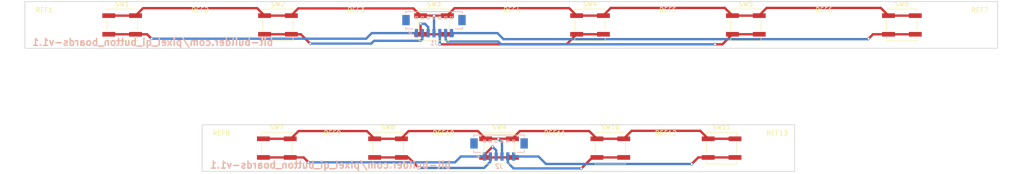
<source format=kicad_pcb>
(kicad_pcb (version 4) (host pcbnew 4.0.7-e2-6376~61~ubuntu18.04.1)

  (general
    (links 44)
    (no_connects 5)
    (area 39.592857 109.825 259.257143 147.525)
    (thickness 1.6)
    (drawings 11)
    (tracks 119)
    (zones 0)
    (modules 26)
    (nets 14)
  )

  (page USLetter)
  (title_block
    (title "Pixel Qi Button Board PCB")
    (rev 1.1)
  )

  (layers
    (0 F.Cu signal)
    (31 B.Cu signal)
    (32 B.Adhes user)
    (33 F.Adhes user)
    (34 B.Paste user)
    (35 F.Paste user)
    (36 B.SilkS user)
    (37 F.SilkS user)
    (38 B.Mask user)
    (39 F.Mask user)
    (40 Dwgs.User user)
    (41 Cmts.User user)
    (42 Eco1.User user)
    (43 Eco2.User user)
    (44 Edge.Cuts user)
    (45 Margin user)
    (46 B.CrtYd user)
    (47 F.CrtYd user)
    (48 B.Fab user)
    (49 F.Fab user)
  )

  (setup
    (last_trace_width 0.25)
    (user_trace_width 0.5)
    (user_trace_width 1.5)
    (user_trace_width 2)
    (trace_clearance 0.2)
    (zone_clearance 0.508)
    (zone_45_only no)
    (trace_min 0.2)
    (segment_width 0.2)
    (edge_width 0.15)
    (via_size 0.6)
    (via_drill 0.4)
    (via_min_size 0.4)
    (via_min_drill 0.3)
    (user_via 1 0.8)
    (user_via 2.5 2)
    (user_via 3 2.5)
    (uvia_size 0.3)
    (uvia_drill 0.1)
    (uvias_allowed no)
    (uvia_min_size 0.2)
    (uvia_min_drill 0.1)
    (pcb_text_width 0.3)
    (pcb_text_size 1.5 1.5)
    (mod_edge_width 0.15)
    (mod_text_size 1 1)
    (mod_text_width 0.15)
    (pad_size 1.524 1.524)
    (pad_drill 0.762)
    (pad_to_mask_clearance 0.0508)
    (aux_axis_origin 0 0)
    (visible_elements FFFFFF7F)
    (pcbplotparams
      (layerselection 0x00030_80000001)
      (usegerberextensions false)
      (excludeedgelayer true)
      (linewidth 0.100000)
      (plotframeref false)
      (viasonmask false)
      (mode 1)
      (useauxorigin false)
      (hpglpennumber 1)
      (hpglpenspeed 20)
      (hpglpendiameter 15)
      (hpglpenoverlay 2)
      (psnegative false)
      (psa4output false)
      (plotreference true)
      (plotvalue true)
      (plotinvisibletext false)
      (padsonsilk false)
      (subtractmaskfromsilk false)
      (outputformat 1)
      (mirror false)
      (drillshape 1)
      (scaleselection 1)
      (outputdirectory ""))
  )

  (net 0 "")
  (net 1 "Net-(J1-Pad1)")
  (net 2 "Net-(J1-Pad2)")
  (net 3 "Net-(J1-Pad3)")
  (net 4 "Net-(J1-Pad4)")
  (net 5 "Net-(J1-Pad5)")
  (net 6 "Net-(J1-Pad6)")
  (net 7 "Net-(J1-Pad7)")
  (net 8 "Net-(J2-Pad1)")
  (net 9 "Net-(J2-Pad2)")
  (net 10 "Net-(J2-Pad3)")
  (net 11 "Net-(J2-Pad4)")
  (net 12 "Net-(J2-Pad5)")
  (net 13 "Net-(J2-Pad6)")

  (net_class Default "This is the default net class."
    (clearance 0.2)
    (trace_width 0.25)
    (via_dia 0.6)
    (via_drill 0.4)
    (uvia_dia 0.3)
    (uvia_drill 0.1)
    (add_net "Net-(J1-Pad1)")
    (add_net "Net-(J1-Pad2)")
    (add_net "Net-(J1-Pad3)")
    (add_net "Net-(J1-Pad4)")
    (add_net "Net-(J1-Pad5)")
    (add_net "Net-(J1-Pad6)")
    (add_net "Net-(J1-Pad7)")
    (add_net "Net-(J2-Pad1)")
    (add_net "Net-(J2-Pad2)")
    (add_net "Net-(J2-Pad3)")
    (add_net "Net-(J2-Pad4)")
    (add_net "Net-(J2-Pad5)")
    (add_net "Net-(J2-Pad6)")
  )

  (module Buttons_Switches_SMD:SW_SPST_B3SL-1002P (layer F.Cu) (tedit 58724122) (tstamp 5B8D85D3)
    (at 65.85 115.3)
    (descr "Middle Stroke Tactile Switch, B3SL")
    (tags "Middle Stroke Tactile Switch")
    (path /5B8D7D97)
    (attr smd)
    (fp_text reference SW1 (at 0 -4.5) (layer F.SilkS)
      (effects (font (size 1 1) (thickness 0.15)))
    )
    (fp_text value B3SE (at 0 4.75) (layer F.Fab)
      (effects (font (size 1 1) (thickness 0.15)))
    )
    (fp_text user %R (at 0 -4.5) (layer F.Fab)
      (effects (font (size 1 1) (thickness 0.15)))
    )
    (fp_circle (center 0 0) (end 1.25 0) (layer F.Fab) (width 0.1))
    (fp_line (start -4.5 3.65) (end 4.5 3.65) (layer F.CrtYd) (width 0.05))
    (fp_line (start 4.5 3.65) (end 4.5 -3.65) (layer F.CrtYd) (width 0.05))
    (fp_line (start 4.5 -3.65) (end -4.5 -3.65) (layer F.CrtYd) (width 0.05))
    (fp_line (start -4.5 -3.65) (end -4.5 3.65) (layer F.CrtYd) (width 0.05))
    (fp_line (start 3.25 2.75) (end 3.25 3.4) (layer F.SilkS) (width 0.12))
    (fp_line (start 3.25 3.4) (end -3.25 3.4) (layer F.SilkS) (width 0.12))
    (fp_line (start -3.25 3.4) (end -3.25 2.75) (layer F.SilkS) (width 0.12))
    (fp_line (start 3.25 -2.75) (end 3.25 -3.4) (layer F.SilkS) (width 0.12))
    (fp_line (start 3.25 -3.4) (end -3.25 -3.4) (layer F.SilkS) (width 0.12))
    (fp_line (start -3.25 -3.4) (end -3.25 -2.75) (layer F.SilkS) (width 0.12))
    (fp_line (start 3.25 -1.25) (end 3.25 1.25) (layer F.SilkS) (width 0.12))
    (fp_line (start -3.25 -1.25) (end -3.25 1.25) (layer F.SilkS) (width 0.12))
    (fp_line (start -3.1 -3.25) (end 3.1 -3.25) (layer F.Fab) (width 0.1))
    (fp_line (start 3.1 -3.25) (end 3.1 3.25) (layer F.Fab) (width 0.1))
    (fp_line (start 3.1 3.25) (end -3.1 3.25) (layer F.Fab) (width 0.1))
    (fp_line (start -3.1 3.25) (end -3.1 -3.25) (layer F.Fab) (width 0.1))
    (pad 1 smd rect (at -2.875 -2) (size 2.75 1) (layers F.Cu F.Paste F.Mask)
      (net 4 "Net-(J1-Pad4)"))
    (pad 1 smd rect (at 2.875 -2) (size 2.75 1) (layers F.Cu F.Paste F.Mask)
      (net 4 "Net-(J1-Pad4)"))
    (pad 2 smd rect (at 2.875 2) (size 2.75 1) (layers F.Cu F.Paste F.Mask)
      (net 1 "Net-(J1-Pad1)"))
    (pad 2 smd rect (at -2.875 2) (size 2.75 1) (layers F.Cu F.Paste F.Mask)
      (net 1 "Net-(J1-Pad1)"))
    (model ${KISYS3DMOD}/Buttons_Switches_SMD.3dshapes/SW_SPST_B3SL-1002P.wrl
      (at (xyz 0 0 0))
      (scale (xyz 1 1 1))
      (rotate (xyz 0 0 0))
    )
  )

  (module Buttons_Switches_SMD:SW_SPST_B3SL-1002P (layer F.Cu) (tedit 58724122) (tstamp 5B8D85DB)
    (at 99.25 115.3)
    (descr "Middle Stroke Tactile Switch, B3SL")
    (tags "Middle Stroke Tactile Switch")
    (path /5B8D813B)
    (attr smd)
    (fp_text reference SW2 (at 0 -4.5) (layer F.SilkS)
      (effects (font (size 1 1) (thickness 0.15)))
    )
    (fp_text value B3SE (at 0 4.75) (layer F.Fab)
      (effects (font (size 1 1) (thickness 0.15)))
    )
    (fp_text user %R (at 0 -4.5) (layer F.Fab)
      (effects (font (size 1 1) (thickness 0.15)))
    )
    (fp_circle (center 0 0) (end 1.25 0) (layer F.Fab) (width 0.1))
    (fp_line (start -4.5 3.65) (end 4.5 3.65) (layer F.CrtYd) (width 0.05))
    (fp_line (start 4.5 3.65) (end 4.5 -3.65) (layer F.CrtYd) (width 0.05))
    (fp_line (start 4.5 -3.65) (end -4.5 -3.65) (layer F.CrtYd) (width 0.05))
    (fp_line (start -4.5 -3.65) (end -4.5 3.65) (layer F.CrtYd) (width 0.05))
    (fp_line (start 3.25 2.75) (end 3.25 3.4) (layer F.SilkS) (width 0.12))
    (fp_line (start 3.25 3.4) (end -3.25 3.4) (layer F.SilkS) (width 0.12))
    (fp_line (start -3.25 3.4) (end -3.25 2.75) (layer F.SilkS) (width 0.12))
    (fp_line (start 3.25 -2.75) (end 3.25 -3.4) (layer F.SilkS) (width 0.12))
    (fp_line (start 3.25 -3.4) (end -3.25 -3.4) (layer F.SilkS) (width 0.12))
    (fp_line (start -3.25 -3.4) (end -3.25 -2.75) (layer F.SilkS) (width 0.12))
    (fp_line (start 3.25 -1.25) (end 3.25 1.25) (layer F.SilkS) (width 0.12))
    (fp_line (start -3.25 -1.25) (end -3.25 1.25) (layer F.SilkS) (width 0.12))
    (fp_line (start -3.1 -3.25) (end 3.1 -3.25) (layer F.Fab) (width 0.1))
    (fp_line (start 3.1 -3.25) (end 3.1 3.25) (layer F.Fab) (width 0.1))
    (fp_line (start 3.1 3.25) (end -3.1 3.25) (layer F.Fab) (width 0.1))
    (fp_line (start -3.1 3.25) (end -3.1 -3.25) (layer F.Fab) (width 0.1))
    (pad 1 smd rect (at -2.875 -2) (size 2.75 1) (layers F.Cu F.Paste F.Mask)
      (net 4 "Net-(J1-Pad4)"))
    (pad 1 smd rect (at 2.875 -2) (size 2.75 1) (layers F.Cu F.Paste F.Mask)
      (net 4 "Net-(J1-Pad4)"))
    (pad 2 smd rect (at 2.875 2) (size 2.75 1) (layers F.Cu F.Paste F.Mask)
      (net 2 "Net-(J1-Pad2)"))
    (pad 2 smd rect (at -2.875 2) (size 2.75 1) (layers F.Cu F.Paste F.Mask)
      (net 2 "Net-(J1-Pad2)"))
    (model ${KISYS3DMOD}/Buttons_Switches_SMD.3dshapes/SW_SPST_B3SL-1002P.wrl
      (at (xyz 0 0 0))
      (scale (xyz 1 1 1))
      (rotate (xyz 0 0 0))
    )
  )

  (module Buttons_Switches_SMD:SW_SPST_B3SL-1002P (layer F.Cu) (tedit 58724122) (tstamp 5B8D85E3)
    (at 132.7 115.3)
    (descr "Middle Stroke Tactile Switch, B3SL")
    (tags "Middle Stroke Tactile Switch")
    (path /5B8D8196)
    (attr smd)
    (fp_text reference SW3 (at 0 -4.5) (layer F.SilkS)
      (effects (font (size 1 1) (thickness 0.15)))
    )
    (fp_text value B3SE (at 0 4.75) (layer F.Fab)
      (effects (font (size 1 1) (thickness 0.15)))
    )
    (fp_text user %R (at 0 -4.5) (layer F.Fab)
      (effects (font (size 1 1) (thickness 0.15)))
    )
    (fp_circle (center 0 0) (end 1.25 0) (layer F.Fab) (width 0.1))
    (fp_line (start -4.5 3.65) (end 4.5 3.65) (layer F.CrtYd) (width 0.05))
    (fp_line (start 4.5 3.65) (end 4.5 -3.65) (layer F.CrtYd) (width 0.05))
    (fp_line (start 4.5 -3.65) (end -4.5 -3.65) (layer F.CrtYd) (width 0.05))
    (fp_line (start -4.5 -3.65) (end -4.5 3.65) (layer F.CrtYd) (width 0.05))
    (fp_line (start 3.25 2.75) (end 3.25 3.4) (layer F.SilkS) (width 0.12))
    (fp_line (start 3.25 3.4) (end -3.25 3.4) (layer F.SilkS) (width 0.12))
    (fp_line (start -3.25 3.4) (end -3.25 2.75) (layer F.SilkS) (width 0.12))
    (fp_line (start 3.25 -2.75) (end 3.25 -3.4) (layer F.SilkS) (width 0.12))
    (fp_line (start 3.25 -3.4) (end -3.25 -3.4) (layer F.SilkS) (width 0.12))
    (fp_line (start -3.25 -3.4) (end -3.25 -2.75) (layer F.SilkS) (width 0.12))
    (fp_line (start 3.25 -1.25) (end 3.25 1.25) (layer F.SilkS) (width 0.12))
    (fp_line (start -3.25 -1.25) (end -3.25 1.25) (layer F.SilkS) (width 0.12))
    (fp_line (start -3.1 -3.25) (end 3.1 -3.25) (layer F.Fab) (width 0.1))
    (fp_line (start 3.1 -3.25) (end 3.1 3.25) (layer F.Fab) (width 0.1))
    (fp_line (start 3.1 3.25) (end -3.1 3.25) (layer F.Fab) (width 0.1))
    (fp_line (start -3.1 3.25) (end -3.1 -3.25) (layer F.Fab) (width 0.1))
    (pad 1 smd rect (at -2.875 -2) (size 2.75 1) (layers F.Cu F.Paste F.Mask)
      (net 4 "Net-(J1-Pad4)"))
    (pad 1 smd rect (at 2.875 -2) (size 2.75 1) (layers F.Cu F.Paste F.Mask)
      (net 4 "Net-(J1-Pad4)"))
    (pad 2 smd rect (at 2.875 2) (size 2.75 1) (layers F.Cu F.Paste F.Mask)
      (net 3 "Net-(J1-Pad3)"))
    (pad 2 smd rect (at -2.875 2) (size 2.75 1) (layers F.Cu F.Paste F.Mask)
      (net 3 "Net-(J1-Pad3)"))
    (model ${KISYS3DMOD}/Buttons_Switches_SMD.3dshapes/SW_SPST_B3SL-1002P.wrl
      (at (xyz 0 0 0))
      (scale (xyz 1 1 1))
      (rotate (xyz 0 0 0))
    )
  )

  (module Buttons_Switches_SMD:SW_SPST_B3SL-1002P (layer F.Cu) (tedit 58724122) (tstamp 5B8D85EB)
    (at 166.15 115.3)
    (descr "Middle Stroke Tactile Switch, B3SL")
    (tags "Middle Stroke Tactile Switch")
    (path /5B8D81E4)
    (attr smd)
    (fp_text reference SW4 (at 0 -4.5) (layer F.SilkS)
      (effects (font (size 1 1) (thickness 0.15)))
    )
    (fp_text value B3SE (at 0 4.75) (layer F.Fab)
      (effects (font (size 1 1) (thickness 0.15)))
    )
    (fp_text user %R (at 0 -4.5) (layer F.Fab)
      (effects (font (size 1 1) (thickness 0.15)))
    )
    (fp_circle (center 0 0) (end 1.25 0) (layer F.Fab) (width 0.1))
    (fp_line (start -4.5 3.65) (end 4.5 3.65) (layer F.CrtYd) (width 0.05))
    (fp_line (start 4.5 3.65) (end 4.5 -3.65) (layer F.CrtYd) (width 0.05))
    (fp_line (start 4.5 -3.65) (end -4.5 -3.65) (layer F.CrtYd) (width 0.05))
    (fp_line (start -4.5 -3.65) (end -4.5 3.65) (layer F.CrtYd) (width 0.05))
    (fp_line (start 3.25 2.75) (end 3.25 3.4) (layer F.SilkS) (width 0.12))
    (fp_line (start 3.25 3.4) (end -3.25 3.4) (layer F.SilkS) (width 0.12))
    (fp_line (start -3.25 3.4) (end -3.25 2.75) (layer F.SilkS) (width 0.12))
    (fp_line (start 3.25 -2.75) (end 3.25 -3.4) (layer F.SilkS) (width 0.12))
    (fp_line (start 3.25 -3.4) (end -3.25 -3.4) (layer F.SilkS) (width 0.12))
    (fp_line (start -3.25 -3.4) (end -3.25 -2.75) (layer F.SilkS) (width 0.12))
    (fp_line (start 3.25 -1.25) (end 3.25 1.25) (layer F.SilkS) (width 0.12))
    (fp_line (start -3.25 -1.25) (end -3.25 1.25) (layer F.SilkS) (width 0.12))
    (fp_line (start -3.1 -3.25) (end 3.1 -3.25) (layer F.Fab) (width 0.1))
    (fp_line (start 3.1 -3.25) (end 3.1 3.25) (layer F.Fab) (width 0.1))
    (fp_line (start 3.1 3.25) (end -3.1 3.25) (layer F.Fab) (width 0.1))
    (fp_line (start -3.1 3.25) (end -3.1 -3.25) (layer F.Fab) (width 0.1))
    (pad 1 smd rect (at -2.875 -2) (size 2.75 1) (layers F.Cu F.Paste F.Mask)
      (net 4 "Net-(J1-Pad4)"))
    (pad 1 smd rect (at 2.875 -2) (size 2.75 1) (layers F.Cu F.Paste F.Mask)
      (net 4 "Net-(J1-Pad4)"))
    (pad 2 smd rect (at 2.875 2) (size 2.75 1) (layers F.Cu F.Paste F.Mask)
      (net 5 "Net-(J1-Pad5)"))
    (pad 2 smd rect (at -2.875 2) (size 2.75 1) (layers F.Cu F.Paste F.Mask)
      (net 5 "Net-(J1-Pad5)"))
    (model ${KISYS3DMOD}/Buttons_Switches_SMD.3dshapes/SW_SPST_B3SL-1002P.wrl
      (at (xyz 0 0 0))
      (scale (xyz 1 1 1))
      (rotate (xyz 0 0 0))
    )
  )

  (module Buttons_Switches_SMD:SW_SPST_B3SL-1002P (layer F.Cu) (tedit 58724122) (tstamp 5B8D85F3)
    (at 199.55 115.3)
    (descr "Middle Stroke Tactile Switch, B3SL")
    (tags "Middle Stroke Tactile Switch")
    (path /5B8D8237)
    (attr smd)
    (fp_text reference SW5 (at 0 -4.5) (layer F.SilkS)
      (effects (font (size 1 1) (thickness 0.15)))
    )
    (fp_text value B3SE (at 0 4.75) (layer F.Fab)
      (effects (font (size 1 1) (thickness 0.15)))
    )
    (fp_text user %R (at 0 -4.5) (layer F.Fab)
      (effects (font (size 1 1) (thickness 0.15)))
    )
    (fp_circle (center 0 0) (end 1.25 0) (layer F.Fab) (width 0.1))
    (fp_line (start -4.5 3.65) (end 4.5 3.65) (layer F.CrtYd) (width 0.05))
    (fp_line (start 4.5 3.65) (end 4.5 -3.65) (layer F.CrtYd) (width 0.05))
    (fp_line (start 4.5 -3.65) (end -4.5 -3.65) (layer F.CrtYd) (width 0.05))
    (fp_line (start -4.5 -3.65) (end -4.5 3.65) (layer F.CrtYd) (width 0.05))
    (fp_line (start 3.25 2.75) (end 3.25 3.4) (layer F.SilkS) (width 0.12))
    (fp_line (start 3.25 3.4) (end -3.25 3.4) (layer F.SilkS) (width 0.12))
    (fp_line (start -3.25 3.4) (end -3.25 2.75) (layer F.SilkS) (width 0.12))
    (fp_line (start 3.25 -2.75) (end 3.25 -3.4) (layer F.SilkS) (width 0.12))
    (fp_line (start 3.25 -3.4) (end -3.25 -3.4) (layer F.SilkS) (width 0.12))
    (fp_line (start -3.25 -3.4) (end -3.25 -2.75) (layer F.SilkS) (width 0.12))
    (fp_line (start 3.25 -1.25) (end 3.25 1.25) (layer F.SilkS) (width 0.12))
    (fp_line (start -3.25 -1.25) (end -3.25 1.25) (layer F.SilkS) (width 0.12))
    (fp_line (start -3.1 -3.25) (end 3.1 -3.25) (layer F.Fab) (width 0.1))
    (fp_line (start 3.1 -3.25) (end 3.1 3.25) (layer F.Fab) (width 0.1))
    (fp_line (start 3.1 3.25) (end -3.1 3.25) (layer F.Fab) (width 0.1))
    (fp_line (start -3.1 3.25) (end -3.1 -3.25) (layer F.Fab) (width 0.1))
    (pad 1 smd rect (at -2.875 -2) (size 2.75 1) (layers F.Cu F.Paste F.Mask)
      (net 4 "Net-(J1-Pad4)"))
    (pad 1 smd rect (at 2.875 -2) (size 2.75 1) (layers F.Cu F.Paste F.Mask)
      (net 4 "Net-(J1-Pad4)"))
    (pad 2 smd rect (at 2.875 2) (size 2.75 1) (layers F.Cu F.Paste F.Mask)
      (net 6 "Net-(J1-Pad6)"))
    (pad 2 smd rect (at -2.875 2) (size 2.75 1) (layers F.Cu F.Paste F.Mask)
      (net 6 "Net-(J1-Pad6)"))
    (model ${KISYS3DMOD}/Buttons_Switches_SMD.3dshapes/SW_SPST_B3SL-1002P.wrl
      (at (xyz 0 0 0))
      (scale (xyz 1 1 1))
      (rotate (xyz 0 0 0))
    )
  )

  (module Buttons_Switches_SMD:SW_SPST_B3SL-1002P (layer F.Cu) (tedit 58724122) (tstamp 5B8D85FB)
    (at 233 115.3)
    (descr "Middle Stroke Tactile Switch, B3SL")
    (tags "Middle Stroke Tactile Switch")
    (path /5B8D828B)
    (attr smd)
    (fp_text reference SW6 (at 0 -4.5) (layer F.SilkS)
      (effects (font (size 1 1) (thickness 0.15)))
    )
    (fp_text value B3SE (at 0 4.75) (layer F.Fab)
      (effects (font (size 1 1) (thickness 0.15)))
    )
    (fp_text user %R (at 0 -4.5) (layer F.Fab)
      (effects (font (size 1 1) (thickness 0.15)))
    )
    (fp_circle (center 0 0) (end 1.25 0) (layer F.Fab) (width 0.1))
    (fp_line (start -4.5 3.65) (end 4.5 3.65) (layer F.CrtYd) (width 0.05))
    (fp_line (start 4.5 3.65) (end 4.5 -3.65) (layer F.CrtYd) (width 0.05))
    (fp_line (start 4.5 -3.65) (end -4.5 -3.65) (layer F.CrtYd) (width 0.05))
    (fp_line (start -4.5 -3.65) (end -4.5 3.65) (layer F.CrtYd) (width 0.05))
    (fp_line (start 3.25 2.75) (end 3.25 3.4) (layer F.SilkS) (width 0.12))
    (fp_line (start 3.25 3.4) (end -3.25 3.4) (layer F.SilkS) (width 0.12))
    (fp_line (start -3.25 3.4) (end -3.25 2.75) (layer F.SilkS) (width 0.12))
    (fp_line (start 3.25 -2.75) (end 3.25 -3.4) (layer F.SilkS) (width 0.12))
    (fp_line (start 3.25 -3.4) (end -3.25 -3.4) (layer F.SilkS) (width 0.12))
    (fp_line (start -3.25 -3.4) (end -3.25 -2.75) (layer F.SilkS) (width 0.12))
    (fp_line (start 3.25 -1.25) (end 3.25 1.25) (layer F.SilkS) (width 0.12))
    (fp_line (start -3.25 -1.25) (end -3.25 1.25) (layer F.SilkS) (width 0.12))
    (fp_line (start -3.1 -3.25) (end 3.1 -3.25) (layer F.Fab) (width 0.1))
    (fp_line (start 3.1 -3.25) (end 3.1 3.25) (layer F.Fab) (width 0.1))
    (fp_line (start 3.1 3.25) (end -3.1 3.25) (layer F.Fab) (width 0.1))
    (fp_line (start -3.1 3.25) (end -3.1 -3.25) (layer F.Fab) (width 0.1))
    (pad 1 smd rect (at -2.875 -2) (size 2.75 1) (layers F.Cu F.Paste F.Mask)
      (net 4 "Net-(J1-Pad4)"))
    (pad 1 smd rect (at 2.875 -2) (size 2.75 1) (layers F.Cu F.Paste F.Mask)
      (net 4 "Net-(J1-Pad4)"))
    (pad 2 smd rect (at 2.875 2) (size 2.75 1) (layers F.Cu F.Paste F.Mask)
      (net 7 "Net-(J1-Pad7)"))
    (pad 2 smd rect (at -2.875 2) (size 2.75 1) (layers F.Cu F.Paste F.Mask)
      (net 7 "Net-(J1-Pad7)"))
    (model ${KISYS3DMOD}/Buttons_Switches_SMD.3dshapes/SW_SPST_B3SL-1002P.wrl
      (at (xyz 0 0 0))
      (scale (xyz 1 1 1))
      (rotate (xyz 0 0 0))
    )
  )

  (module Buttons_Switches_SMD:SW_SPST_B3SL-1002P (layer F.Cu) (tedit 58724122) (tstamp 5B8D8603)
    (at 99 141.7)
    (descr "Middle Stroke Tactile Switch, B3SL")
    (tags "Middle Stroke Tactile Switch")
    (path /5B8D82E7)
    (attr smd)
    (fp_text reference SW7 (at 0 -4.5) (layer F.SilkS)
      (effects (font (size 1 1) (thickness 0.15)))
    )
    (fp_text value B3SE (at 0 4.75) (layer F.Fab)
      (effects (font (size 1 1) (thickness 0.15)))
    )
    (fp_text user %R (at 0 -4.5) (layer F.Fab)
      (effects (font (size 1 1) (thickness 0.15)))
    )
    (fp_circle (center 0 0) (end 1.25 0) (layer F.Fab) (width 0.1))
    (fp_line (start -4.5 3.65) (end 4.5 3.65) (layer F.CrtYd) (width 0.05))
    (fp_line (start 4.5 3.65) (end 4.5 -3.65) (layer F.CrtYd) (width 0.05))
    (fp_line (start 4.5 -3.65) (end -4.5 -3.65) (layer F.CrtYd) (width 0.05))
    (fp_line (start -4.5 -3.65) (end -4.5 3.65) (layer F.CrtYd) (width 0.05))
    (fp_line (start 3.25 2.75) (end 3.25 3.4) (layer F.SilkS) (width 0.12))
    (fp_line (start 3.25 3.4) (end -3.25 3.4) (layer F.SilkS) (width 0.12))
    (fp_line (start -3.25 3.4) (end -3.25 2.75) (layer F.SilkS) (width 0.12))
    (fp_line (start 3.25 -2.75) (end 3.25 -3.4) (layer F.SilkS) (width 0.12))
    (fp_line (start 3.25 -3.4) (end -3.25 -3.4) (layer F.SilkS) (width 0.12))
    (fp_line (start -3.25 -3.4) (end -3.25 -2.75) (layer F.SilkS) (width 0.12))
    (fp_line (start 3.25 -1.25) (end 3.25 1.25) (layer F.SilkS) (width 0.12))
    (fp_line (start -3.25 -1.25) (end -3.25 1.25) (layer F.SilkS) (width 0.12))
    (fp_line (start -3.1 -3.25) (end 3.1 -3.25) (layer F.Fab) (width 0.1))
    (fp_line (start 3.1 -3.25) (end 3.1 3.25) (layer F.Fab) (width 0.1))
    (fp_line (start 3.1 3.25) (end -3.1 3.25) (layer F.Fab) (width 0.1))
    (fp_line (start -3.1 3.25) (end -3.1 -3.25) (layer F.Fab) (width 0.1))
    (pad 1 smd rect (at -2.875 -2) (size 2.75 1) (layers F.Cu F.Paste F.Mask)
      (net 11 "Net-(J2-Pad4)"))
    (pad 1 smd rect (at 2.875 -2) (size 2.75 1) (layers F.Cu F.Paste F.Mask)
      (net 11 "Net-(J2-Pad4)"))
    (pad 2 smd rect (at 2.875 2) (size 2.75 1) (layers F.Cu F.Paste F.Mask)
      (net 8 "Net-(J2-Pad1)"))
    (pad 2 smd rect (at -2.875 2) (size 2.75 1) (layers F.Cu F.Paste F.Mask)
      (net 8 "Net-(J2-Pad1)"))
    (model ${KISYS3DMOD}/Buttons_Switches_SMD.3dshapes/SW_SPST_B3SL-1002P.wrl
      (at (xyz 0 0 0))
      (scale (xyz 1 1 1))
      (rotate (xyz 0 0 0))
    )
  )

  (module Buttons_Switches_SMD:SW_SPST_B3SL-1002P (layer F.Cu) (tedit 58724122) (tstamp 5B8D860B)
    (at 122.85 141.7)
    (descr "Middle Stroke Tactile Switch, B3SL")
    (tags "Middle Stroke Tactile Switch")
    (path /5B8D837F)
    (attr smd)
    (fp_text reference SW8 (at 0 -4.5) (layer F.SilkS)
      (effects (font (size 1 1) (thickness 0.15)))
    )
    (fp_text value B3SE (at 0 4.75) (layer F.Fab)
      (effects (font (size 1 1) (thickness 0.15)))
    )
    (fp_text user %R (at 0 -4.5) (layer F.Fab)
      (effects (font (size 1 1) (thickness 0.15)))
    )
    (fp_circle (center 0 0) (end 1.25 0) (layer F.Fab) (width 0.1))
    (fp_line (start -4.5 3.65) (end 4.5 3.65) (layer F.CrtYd) (width 0.05))
    (fp_line (start 4.5 3.65) (end 4.5 -3.65) (layer F.CrtYd) (width 0.05))
    (fp_line (start 4.5 -3.65) (end -4.5 -3.65) (layer F.CrtYd) (width 0.05))
    (fp_line (start -4.5 -3.65) (end -4.5 3.65) (layer F.CrtYd) (width 0.05))
    (fp_line (start 3.25 2.75) (end 3.25 3.4) (layer F.SilkS) (width 0.12))
    (fp_line (start 3.25 3.4) (end -3.25 3.4) (layer F.SilkS) (width 0.12))
    (fp_line (start -3.25 3.4) (end -3.25 2.75) (layer F.SilkS) (width 0.12))
    (fp_line (start 3.25 -2.75) (end 3.25 -3.4) (layer F.SilkS) (width 0.12))
    (fp_line (start 3.25 -3.4) (end -3.25 -3.4) (layer F.SilkS) (width 0.12))
    (fp_line (start -3.25 -3.4) (end -3.25 -2.75) (layer F.SilkS) (width 0.12))
    (fp_line (start 3.25 -1.25) (end 3.25 1.25) (layer F.SilkS) (width 0.12))
    (fp_line (start -3.25 -1.25) (end -3.25 1.25) (layer F.SilkS) (width 0.12))
    (fp_line (start -3.1 -3.25) (end 3.1 -3.25) (layer F.Fab) (width 0.1))
    (fp_line (start 3.1 -3.25) (end 3.1 3.25) (layer F.Fab) (width 0.1))
    (fp_line (start 3.1 3.25) (end -3.1 3.25) (layer F.Fab) (width 0.1))
    (fp_line (start -3.1 3.25) (end -3.1 -3.25) (layer F.Fab) (width 0.1))
    (pad 1 smd rect (at -2.875 -2) (size 2.75 1) (layers F.Cu F.Paste F.Mask)
      (net 11 "Net-(J2-Pad4)"))
    (pad 1 smd rect (at 2.875 -2) (size 2.75 1) (layers F.Cu F.Paste F.Mask)
      (net 11 "Net-(J2-Pad4)"))
    (pad 2 smd rect (at 2.875 2) (size 2.75 1) (layers F.Cu F.Paste F.Mask)
      (net 9 "Net-(J2-Pad2)"))
    (pad 2 smd rect (at -2.875 2) (size 2.75 1) (layers F.Cu F.Paste F.Mask)
      (net 9 "Net-(J2-Pad2)"))
    (model ${KISYS3DMOD}/Buttons_Switches_SMD.3dshapes/SW_SPST_B3SL-1002P.wrl
      (at (xyz 0 0 0))
      (scale (xyz 1 1 1))
      (rotate (xyz 0 0 0))
    )
  )

  (module Buttons_Switches_SMD:SW_SPST_B3SL-1002P (layer F.Cu) (tedit 58724122) (tstamp 5B8D8613)
    (at 146.65 141.7)
    (descr "Middle Stroke Tactile Switch, B3SL")
    (tags "Middle Stroke Tactile Switch")
    (path /5B8D83DC)
    (attr smd)
    (fp_text reference SW9 (at 0 -4.5) (layer F.SilkS)
      (effects (font (size 1 1) (thickness 0.15)))
    )
    (fp_text value B3SE (at 0 4.75) (layer F.Fab)
      (effects (font (size 1 1) (thickness 0.15)))
    )
    (fp_text user %R (at 0 -4.5) (layer F.Fab)
      (effects (font (size 1 1) (thickness 0.15)))
    )
    (fp_circle (center 0 0) (end 1.25 0) (layer F.Fab) (width 0.1))
    (fp_line (start -4.5 3.65) (end 4.5 3.65) (layer F.CrtYd) (width 0.05))
    (fp_line (start 4.5 3.65) (end 4.5 -3.65) (layer F.CrtYd) (width 0.05))
    (fp_line (start 4.5 -3.65) (end -4.5 -3.65) (layer F.CrtYd) (width 0.05))
    (fp_line (start -4.5 -3.65) (end -4.5 3.65) (layer F.CrtYd) (width 0.05))
    (fp_line (start 3.25 2.75) (end 3.25 3.4) (layer F.SilkS) (width 0.12))
    (fp_line (start 3.25 3.4) (end -3.25 3.4) (layer F.SilkS) (width 0.12))
    (fp_line (start -3.25 3.4) (end -3.25 2.75) (layer F.SilkS) (width 0.12))
    (fp_line (start 3.25 -2.75) (end 3.25 -3.4) (layer F.SilkS) (width 0.12))
    (fp_line (start 3.25 -3.4) (end -3.25 -3.4) (layer F.SilkS) (width 0.12))
    (fp_line (start -3.25 -3.4) (end -3.25 -2.75) (layer F.SilkS) (width 0.12))
    (fp_line (start 3.25 -1.25) (end 3.25 1.25) (layer F.SilkS) (width 0.12))
    (fp_line (start -3.25 -1.25) (end -3.25 1.25) (layer F.SilkS) (width 0.12))
    (fp_line (start -3.1 -3.25) (end 3.1 -3.25) (layer F.Fab) (width 0.1))
    (fp_line (start 3.1 -3.25) (end 3.1 3.25) (layer F.Fab) (width 0.1))
    (fp_line (start 3.1 3.25) (end -3.1 3.25) (layer F.Fab) (width 0.1))
    (fp_line (start -3.1 3.25) (end -3.1 -3.25) (layer F.Fab) (width 0.1))
    (pad 1 smd rect (at -2.875 -2) (size 2.75 1) (layers F.Cu F.Paste F.Mask)
      (net 11 "Net-(J2-Pad4)"))
    (pad 1 smd rect (at 2.875 -2) (size 2.75 1) (layers F.Cu F.Paste F.Mask)
      (net 11 "Net-(J2-Pad4)"))
    (pad 2 smd rect (at 2.875 2) (size 2.75 1) (layers F.Cu F.Paste F.Mask)
      (net 10 "Net-(J2-Pad3)"))
    (pad 2 smd rect (at -2.875 2) (size 2.75 1) (layers F.Cu F.Paste F.Mask)
      (net 10 "Net-(J2-Pad3)"))
    (model ${KISYS3DMOD}/Buttons_Switches_SMD.3dshapes/SW_SPST_B3SL-1002P.wrl
      (at (xyz 0 0 0))
      (scale (xyz 1 1 1))
      (rotate (xyz 0 0 0))
    )
  )

  (module Buttons_Switches_SMD:SW_SPST_B3SL-1002P (layer F.Cu) (tedit 58724122) (tstamp 5B8D861B)
    (at 170.5 141.7)
    (descr "Middle Stroke Tactile Switch, B3SL")
    (tags "Middle Stroke Tactile Switch")
    (path /5B8D8440)
    (attr smd)
    (fp_text reference SW10 (at 0 -4.5) (layer F.SilkS)
      (effects (font (size 1 1) (thickness 0.15)))
    )
    (fp_text value B3SE (at 0 4.75) (layer F.Fab)
      (effects (font (size 1 1) (thickness 0.15)))
    )
    (fp_text user %R (at 0 -4.5) (layer F.Fab)
      (effects (font (size 1 1) (thickness 0.15)))
    )
    (fp_circle (center 0 0) (end 1.25 0) (layer F.Fab) (width 0.1))
    (fp_line (start -4.5 3.65) (end 4.5 3.65) (layer F.CrtYd) (width 0.05))
    (fp_line (start 4.5 3.65) (end 4.5 -3.65) (layer F.CrtYd) (width 0.05))
    (fp_line (start 4.5 -3.65) (end -4.5 -3.65) (layer F.CrtYd) (width 0.05))
    (fp_line (start -4.5 -3.65) (end -4.5 3.65) (layer F.CrtYd) (width 0.05))
    (fp_line (start 3.25 2.75) (end 3.25 3.4) (layer F.SilkS) (width 0.12))
    (fp_line (start 3.25 3.4) (end -3.25 3.4) (layer F.SilkS) (width 0.12))
    (fp_line (start -3.25 3.4) (end -3.25 2.75) (layer F.SilkS) (width 0.12))
    (fp_line (start 3.25 -2.75) (end 3.25 -3.4) (layer F.SilkS) (width 0.12))
    (fp_line (start 3.25 -3.4) (end -3.25 -3.4) (layer F.SilkS) (width 0.12))
    (fp_line (start -3.25 -3.4) (end -3.25 -2.75) (layer F.SilkS) (width 0.12))
    (fp_line (start 3.25 -1.25) (end 3.25 1.25) (layer F.SilkS) (width 0.12))
    (fp_line (start -3.25 -1.25) (end -3.25 1.25) (layer F.SilkS) (width 0.12))
    (fp_line (start -3.1 -3.25) (end 3.1 -3.25) (layer F.Fab) (width 0.1))
    (fp_line (start 3.1 -3.25) (end 3.1 3.25) (layer F.Fab) (width 0.1))
    (fp_line (start 3.1 3.25) (end -3.1 3.25) (layer F.Fab) (width 0.1))
    (fp_line (start -3.1 3.25) (end -3.1 -3.25) (layer F.Fab) (width 0.1))
    (pad 1 smd rect (at -2.875 -2) (size 2.75 1) (layers F.Cu F.Paste F.Mask)
      (net 11 "Net-(J2-Pad4)"))
    (pad 1 smd rect (at 2.875 -2) (size 2.75 1) (layers F.Cu F.Paste F.Mask)
      (net 11 "Net-(J2-Pad4)"))
    (pad 2 smd rect (at 2.875 2) (size 2.75 1) (layers F.Cu F.Paste F.Mask)
      (net 12 "Net-(J2-Pad5)"))
    (pad 2 smd rect (at -2.875 2) (size 2.75 1) (layers F.Cu F.Paste F.Mask)
      (net 12 "Net-(J2-Pad5)"))
    (model ${KISYS3DMOD}/Buttons_Switches_SMD.3dshapes/SW_SPST_B3SL-1002P.wrl
      (at (xyz 0 0 0))
      (scale (xyz 1 1 1))
      (rotate (xyz 0 0 0))
    )
  )

  (module Buttons_Switches_SMD:SW_SPST_B3SL-1002P (layer F.Cu) (tedit 58724122) (tstamp 5B8D8623)
    (at 194.35 141.7)
    (descr "Middle Stroke Tactile Switch, B3SL")
    (tags "Middle Stroke Tactile Switch")
    (path /5B8D84A7)
    (attr smd)
    (fp_text reference SW11 (at 0 -4.5) (layer F.SilkS)
      (effects (font (size 1 1) (thickness 0.15)))
    )
    (fp_text value B3SE (at 0 4.75) (layer F.Fab)
      (effects (font (size 1 1) (thickness 0.15)))
    )
    (fp_text user %R (at 0 -4.5) (layer F.Fab)
      (effects (font (size 1 1) (thickness 0.15)))
    )
    (fp_circle (center 0 0) (end 1.25 0) (layer F.Fab) (width 0.1))
    (fp_line (start -4.5 3.65) (end 4.5 3.65) (layer F.CrtYd) (width 0.05))
    (fp_line (start 4.5 3.65) (end 4.5 -3.65) (layer F.CrtYd) (width 0.05))
    (fp_line (start 4.5 -3.65) (end -4.5 -3.65) (layer F.CrtYd) (width 0.05))
    (fp_line (start -4.5 -3.65) (end -4.5 3.65) (layer F.CrtYd) (width 0.05))
    (fp_line (start 3.25 2.75) (end 3.25 3.4) (layer F.SilkS) (width 0.12))
    (fp_line (start 3.25 3.4) (end -3.25 3.4) (layer F.SilkS) (width 0.12))
    (fp_line (start -3.25 3.4) (end -3.25 2.75) (layer F.SilkS) (width 0.12))
    (fp_line (start 3.25 -2.75) (end 3.25 -3.4) (layer F.SilkS) (width 0.12))
    (fp_line (start 3.25 -3.4) (end -3.25 -3.4) (layer F.SilkS) (width 0.12))
    (fp_line (start -3.25 -3.4) (end -3.25 -2.75) (layer F.SilkS) (width 0.12))
    (fp_line (start 3.25 -1.25) (end 3.25 1.25) (layer F.SilkS) (width 0.12))
    (fp_line (start -3.25 -1.25) (end -3.25 1.25) (layer F.SilkS) (width 0.12))
    (fp_line (start -3.1 -3.25) (end 3.1 -3.25) (layer F.Fab) (width 0.1))
    (fp_line (start 3.1 -3.25) (end 3.1 3.25) (layer F.Fab) (width 0.1))
    (fp_line (start 3.1 3.25) (end -3.1 3.25) (layer F.Fab) (width 0.1))
    (fp_line (start -3.1 3.25) (end -3.1 -3.25) (layer F.Fab) (width 0.1))
    (pad 1 smd rect (at -2.875 -2) (size 2.75 1) (layers F.Cu F.Paste F.Mask)
      (net 11 "Net-(J2-Pad4)"))
    (pad 1 smd rect (at 2.875 -2) (size 2.75 1) (layers F.Cu F.Paste F.Mask)
      (net 11 "Net-(J2-Pad4)"))
    (pad 2 smd rect (at 2.875 2) (size 2.75 1) (layers F.Cu F.Paste F.Mask)
      (net 13 "Net-(J2-Pad6)"))
    (pad 2 smd rect (at -2.875 2) (size 2.75 1) (layers F.Cu F.Paste F.Mask)
      (net 13 "Net-(J2-Pad6)"))
    (model ${KISYS3DMOD}/Buttons_Switches_SMD.3dshapes/SW_SPST_B3SL-1002P.wrl
      (at (xyz 0 0 0))
      (scale (xyz 1 1 1))
      (rotate (xyz 0 0 0))
    )
  )

  (module Mounting_Holes:MountingHole_2.2mm_M2 (layer F.Cu) (tedit 5B8D9BFE) (tstamp 5B8D9AAB)
    (at 49.15 115.3)
    (descr "Mounting Hole 2.2mm, no annular, M2")
    (tags "mounting hole 2.2mm no annular m2")
    (attr virtual)
    (fp_text reference REF1 (at 0 -3.2) (layer F.SilkS)
      (effects (font (size 1 1) (thickness 0.15)))
    )
    (fp_text value MountingHole_2.2mm_M2 (at 0 3.2) (layer F.Fab)
      (effects (font (size 1 1) (thickness 0.15)))
    )
    (fp_text user %R (at 0.3 0) (layer F.Fab)
      (effects (font (size 1 1) (thickness 0.15)))
    )
    (fp_circle (center 0 0) (end 2.2 0) (layer Cmts.User) (width 0.15))
    (fp_circle (center 0 0) (end 2.45 0) (layer F.CrtYd) (width 0.05))
    (pad 1 np_thru_hole circle (at 0 0) (size 2.2 2.2) (drill 2.2) (layers *.Cu *.Mask))
  )

  (module Mounting_Holes:MountingHole_2.2mm_M2 (layer F.Cu) (tedit 5B8D9C10) (tstamp 5B8D9ADD)
    (at 82.55 115.3)
    (descr "Mounting Hole 2.2mm, no annular, M2")
    (tags "mounting hole 2.2mm no annular m2")
    (attr virtual)
    (fp_text reference REF2 (at 0 -3.2) (layer F.SilkS)
      (effects (font (size 1 1) (thickness 0.15)))
    )
    (fp_text value MountingHole_2.2mm_M2 (at 0 3.2) (layer F.Fab)
      (effects (font (size 1 1) (thickness 0.15)))
    )
    (fp_text user %R (at 0.3 0) (layer F.Fab)
      (effects (font (size 1 1) (thickness 0.15)))
    )
    (fp_circle (center 0 0) (end 2.2 0) (layer Cmts.User) (width 0.15))
    (fp_circle (center 0 0) (end 2.45 0) (layer F.CrtYd) (width 0.05))
    (pad 1 np_thru_hole circle (at 0 0) (size 2.2 2.2) (drill 2.2) (layers *.Cu *.Mask))
  )

  (module Mounting_Holes:MountingHole_2.2mm_M2 (layer F.Cu) (tedit 5B8D9C1C) (tstamp 5B8D9AE5)
    (at 116 115.3)
    (descr "Mounting Hole 2.2mm, no annular, M2")
    (tags "mounting hole 2.2mm no annular m2")
    (attr virtual)
    (fp_text reference REF3 (at 0 -3.2) (layer F.SilkS)
      (effects (font (size 1 1) (thickness 0.15)))
    )
    (fp_text value MountingHole_2.2mm_M2 (at 0 3.2) (layer F.Fab)
      (effects (font (size 1 1) (thickness 0.15)))
    )
    (fp_text user %R (at 0.3 0) (layer F.Fab)
      (effects (font (size 1 1) (thickness 0.15)))
    )
    (fp_circle (center 0 0) (end 2.2 0) (layer Cmts.User) (width 0.15))
    (fp_circle (center 0 0) (end 2.45 0) (layer F.CrtYd) (width 0.05))
    (pad 1 np_thru_hole circle (at 0 0) (size 2.2 2.2) (drill 2.2) (layers *.Cu *.Mask))
  )

  (module Mounting_Holes:MountingHole_2.2mm_M2 (layer F.Cu) (tedit 5B8D9C29) (tstamp 5B8D9AED)
    (at 149.4 115.3)
    (descr "Mounting Hole 2.2mm, no annular, M2")
    (tags "mounting hole 2.2mm no annular m2")
    (attr virtual)
    (fp_text reference REF4 (at 0 -3.2) (layer F.SilkS)
      (effects (font (size 1 1) (thickness 0.15)))
    )
    (fp_text value MountingHole_2.2mm_M2 (at 0 3.2) (layer F.Fab)
      (effects (font (size 1 1) (thickness 0.15)))
    )
    (fp_text user %R (at 0.3 0) (layer F.Fab)
      (effects (font (size 1 1) (thickness 0.15)))
    )
    (fp_circle (center 0 0) (end 2.2 0) (layer Cmts.User) (width 0.15))
    (fp_circle (center 0 0) (end 2.45 0) (layer F.CrtYd) (width 0.05))
    (pad 1 np_thru_hole circle (at 0 0) (size 2.2 2.2) (drill 2.2) (layers *.Cu *.Mask))
  )

  (module Mounting_Holes:MountingHole_2.2mm_M2 (layer F.Cu) (tedit 5B8D9C37) (tstamp 5B8D9AF5)
    (at 182.85 115.3)
    (descr "Mounting Hole 2.2mm, no annular, M2")
    (tags "mounting hole 2.2mm no annular m2")
    (attr virtual)
    (fp_text reference REF5 (at 0 -3.2) (layer F.SilkS)
      (effects (font (size 1 1) (thickness 0.15)))
    )
    (fp_text value MountingHole_2.2mm_M2 (at 0 3.2) (layer F.Fab)
      (effects (font (size 1 1) (thickness 0.15)))
    )
    (fp_text user %R (at 0.3 0) (layer F.Fab)
      (effects (font (size 1 1) (thickness 0.15)))
    )
    (fp_circle (center 0 0) (end 2.2 0) (layer Cmts.User) (width 0.15))
    (fp_circle (center 0 0) (end 2.45 0) (layer F.CrtYd) (width 0.05))
    (pad 1 np_thru_hole circle (at 0 0) (size 2.2 2.2) (drill 2.2) (layers *.Cu *.Mask))
  )

  (module Mounting_Holes:MountingHole_2.2mm_M2 (layer F.Cu) (tedit 5B8D9C40) (tstamp 5B8D9AFD)
    (at 216.3 115.3)
    (descr "Mounting Hole 2.2mm, no annular, M2")
    (tags "mounting hole 2.2mm no annular m2")
    (attr virtual)
    (fp_text reference REF6 (at 0 -3.2) (layer F.SilkS)
      (effects (font (size 1 1) (thickness 0.15)))
    )
    (fp_text value MountingHole_2.2mm_M2 (at 0 3.2) (layer F.Fab)
      (effects (font (size 1 1) (thickness 0.15)))
    )
    (fp_text user %R (at 0.3 0) (layer F.Fab)
      (effects (font (size 1 1) (thickness 0.15)))
    )
    (fp_circle (center 0 0) (end 2.2 0) (layer Cmts.User) (width 0.15))
    (fp_circle (center 0 0) (end 2.45 0) (layer F.CrtYd) (width 0.05))
    (pad 1 np_thru_hole circle (at 0 0) (size 2.2 2.2) (drill 2.2) (layers *.Cu *.Mask))
  )

  (module Mounting_Holes:MountingHole_2.2mm_M2 (layer F.Cu) (tedit 5B8D9C48) (tstamp 5B8D9B05)
    (at 249.7 115.3)
    (descr "Mounting Hole 2.2mm, no annular, M2")
    (tags "mounting hole 2.2mm no annular m2")
    (attr virtual)
    (fp_text reference REF7 (at 0 -3.2) (layer F.SilkS)
      (effects (font (size 1 1) (thickness 0.15)))
    )
    (fp_text value MountingHole_2.2mm_M2 (at 0 3.2) (layer F.Fab)
      (effects (font (size 1 1) (thickness 0.15)))
    )
    (fp_text user %R (at 0.3 0) (layer F.Fab)
      (effects (font (size 1 1) (thickness 0.15)))
    )
    (fp_circle (center 0 0) (end 2.2 0) (layer Cmts.User) (width 0.15))
    (fp_circle (center 0 0) (end 2.45 0) (layer F.CrtYd) (width 0.05))
    (pad 1 np_thru_hole circle (at 0 0) (size 2.2 2.2) (drill 2.2) (layers *.Cu *.Mask))
  )

  (module Mounting_Holes:MountingHole_2.2mm_M2 (layer F.Cu) (tedit 5B8DA3AE) (tstamp 5B8DA362)
    (at 87.1 141.7)
    (descr "Mounting Hole 2.2mm, no annular, M2")
    (tags "mounting hole 2.2mm no annular m2")
    (attr virtual)
    (fp_text reference REF8 (at 0 -3.2) (layer F.SilkS)
      (effects (font (size 1 1) (thickness 0.15)))
    )
    (fp_text value MountingHole_2.2mm_M2 (at 0 3.2) (layer F.Fab)
      (effects (font (size 1 1) (thickness 0.15)))
    )
    (fp_text user %R (at 0.3 0) (layer F.Fab)
      (effects (font (size 1 1) (thickness 0.15)))
    )
    (fp_circle (center 0 0) (end 2.2 0) (layer Cmts.User) (width 0.15))
    (fp_circle (center 0 0) (end 2.45 0) (layer F.CrtYd) (width 0.05))
    (pad 1 np_thru_hole circle (at 0 0) (size 2.2 2.2) (drill 2.2) (layers *.Cu *.Mask))
  )

  (module Mounting_Holes:MountingHole_2.2mm_M2 (layer F.Cu) (tedit 5B8DA3B5) (tstamp 5B8DA36A)
    (at 110.9 141.7)
    (descr "Mounting Hole 2.2mm, no annular, M2")
    (tags "mounting hole 2.2mm no annular m2")
    (attr virtual)
    (fp_text reference REF9 (at 0 -3.2) (layer F.SilkS)
      (effects (font (size 1 1) (thickness 0.15)))
    )
    (fp_text value MountingHole_2.2mm_M2 (at 0 3.2) (layer F.Fab)
      (effects (font (size 1 1) (thickness 0.15)))
    )
    (fp_text user %R (at 0.3 0) (layer F.Fab)
      (effects (font (size 1 1) (thickness 0.15)))
    )
    (fp_circle (center 0 0) (end 2.2 0) (layer Cmts.User) (width 0.15))
    (fp_circle (center 0 0) (end 2.45 0) (layer F.CrtYd) (width 0.05))
    (pad 1 np_thru_hole circle (at 0 0) (size 2.2 2.2) (drill 2.2) (layers *.Cu *.Mask))
  )

  (module Mounting_Holes:MountingHole_2.2mm_M2 (layer F.Cu) (tedit 5B8DA3BC) (tstamp 5B8DA372)
    (at 134.75 141.7)
    (descr "Mounting Hole 2.2mm, no annular, M2")
    (tags "mounting hole 2.2mm no annular m2")
    (attr virtual)
    (fp_text reference REF10 (at 0 -3.2) (layer F.SilkS)
      (effects (font (size 1 1) (thickness 0.15)))
    )
    (fp_text value MountingHole_2.2mm_M2 (at 0 3.2) (layer F.Fab)
      (effects (font (size 1 1) (thickness 0.15)))
    )
    (fp_text user %R (at 0.3 0) (layer F.Fab)
      (effects (font (size 1 1) (thickness 0.15)))
    )
    (fp_circle (center 0 0) (end 2.2 0) (layer Cmts.User) (width 0.15))
    (fp_circle (center 0 0) (end 2.45 0) (layer F.CrtYd) (width 0.05))
    (pad 1 np_thru_hole circle (at 0 0) (size 2.2 2.2) (drill 2.2) (layers *.Cu *.Mask))
  )

  (module Mounting_Holes:MountingHole_2.2mm_M2 (layer F.Cu) (tedit 5B8DA3C6) (tstamp 5B8DA37A)
    (at 158.6 141.7)
    (descr "Mounting Hole 2.2mm, no annular, M2")
    (tags "mounting hole 2.2mm no annular m2")
    (attr virtual)
    (fp_text reference REF11 (at 0 -3.2) (layer F.SilkS)
      (effects (font (size 1 1) (thickness 0.15)))
    )
    (fp_text value MountingHole_2.2mm_M2 (at 0 3.2) (layer F.Fab)
      (effects (font (size 1 1) (thickness 0.15)))
    )
    (fp_text user %R (at 0.3 0) (layer F.Fab)
      (effects (font (size 1 1) (thickness 0.15)))
    )
    (fp_circle (center 0 0) (end 2.2 0) (layer Cmts.User) (width 0.15))
    (fp_circle (center 0 0) (end 2.45 0) (layer F.CrtYd) (width 0.05))
    (pad 1 np_thru_hole circle (at 0 0) (size 2.2 2.2) (drill 2.2) (layers *.Cu *.Mask))
  )

  (module Mounting_Holes:MountingHole_2.2mm_M2 (layer F.Cu) (tedit 5B8DA3CD) (tstamp 5B8DA382)
    (at 182.4 141.7)
    (descr "Mounting Hole 2.2mm, no annular, M2")
    (tags "mounting hole 2.2mm no annular m2")
    (attr virtual)
    (fp_text reference REF12 (at 0 -3.2) (layer F.SilkS)
      (effects (font (size 1 1) (thickness 0.15)))
    )
    (fp_text value MountingHole_2.2mm_M2 (at 0 3.2) (layer F.Fab)
      (effects (font (size 1 1) (thickness 0.15)))
    )
    (fp_text user %R (at 0.3 0) (layer F.Fab)
      (effects (font (size 1 1) (thickness 0.15)))
    )
    (fp_circle (center 0 0) (end 2.2 0) (layer Cmts.User) (width 0.15))
    (fp_circle (center 0 0) (end 2.45 0) (layer F.CrtYd) (width 0.05))
    (pad 1 np_thru_hole circle (at 0 0) (size 2.2 2.2) (drill 2.2) (layers *.Cu *.Mask))
  )

  (module Mounting_Holes:MountingHole_2.2mm_M2 (layer F.Cu) (tedit 5B8DA3D8) (tstamp 5B8DA38A)
    (at 206.25 141.7)
    (descr "Mounting Hole 2.2mm, no annular, M2")
    (tags "mounting hole 2.2mm no annular m2")
    (attr virtual)
    (fp_text reference REF13 (at 0 -3.2) (layer F.SilkS)
      (effects (font (size 1 1) (thickness 0.15)))
    )
    (fp_text value MountingHole_2.2mm_M2 (at 0 3.2) (layer F.Fab)
      (effects (font (size 1 1) (thickness 0.15)))
    )
    (fp_text user %R (at 0.3 0) (layer F.Fab)
      (effects (font (size 1 1) (thickness 0.15)))
    )
    (fp_circle (center 0 0) (end 2.2 0) (layer Cmts.User) (width 0.15))
    (fp_circle (center 0 0) (end 2.45 0) (layer F.CrtYd) (width 0.05))
    (pad 1 np_thru_hole circle (at 0 0) (size 2.2 2.2) (drill 2.2) (layers *.Cu *.Mask))
  )

  (module Connectors_Hirose:Hirose_DF13C-07P-1.25V_07x1.25mm_Straight (layer B.Cu) (tedit 56D29539) (tstamp 5B909D84)
    (at 132.7 115.65)
    (descr "Hirose DF13 series connector, 1.25mm pitch, top entry SMT")
    (tags "connector hirose df13 top straight vertical surface mount SMD SMT")
    (path /5B8F4F08)
    (attr smd)
    (fp_text reference J1 (at 0 3.5) (layer B.SilkS)
      (effects (font (size 1 1) (thickness 0.15)) (justify mirror))
    )
    (fp_text value Conn_01x07 (at 0 -4.5) (layer B.Fab)
      (effects (font (size 1 1) (thickness 0.15)) (justify mirror))
    )
    (fp_line (start -6.05 0.5) (end -4.5 0.5) (layer B.SilkS) (width 0.15))
    (fp_line (start 6.05 0.5) (end 4.5 0.5) (layer B.SilkS) (width 0.15))
    (fp_line (start -6.05 0.5) (end -6.05 0.1) (layer B.SilkS) (width 0.15))
    (fp_line (start 6.05 0.5) (end 6.05 0.1) (layer B.SilkS) (width 0.15))
    (fp_line (start -6.05 -3.2) (end 6.05 -3.2) (layer B.SilkS) (width 0.15))
    (fp_line (start -6.05 -3.2) (end -6.05 -2.8) (layer B.SilkS) (width 0.15))
    (fp_line (start 6.05 -3.2) (end 6.05 -2.8) (layer B.SilkS) (width 0.15))
    (fp_line (start -4.75 1.4) (end -5.35 1.7) (layer B.SilkS) (width 0.15))
    (fp_line (start -5.35 1.7) (end -5.35 1.1) (layer B.SilkS) (width 0.15))
    (fp_line (start -5.35 1.1) (end -4.75 1.4) (layer B.SilkS) (width 0.15))
    (fp_line (start -4 -1.65) (end -4 -2.15) (layer B.SilkS) (width 0.15))
    (fp_line (start -4 -2.15) (end -3.5 -2.15) (layer B.SilkS) (width 0.15))
    (fp_line (start -3.5 -2.15) (end -3.5 -1.65) (layer B.SilkS) (width 0.15))
    (fp_line (start -3.5 -1.65) (end -4 -1.65) (layer B.SilkS) (width 0.15))
    (fp_line (start -2.75 -1.65) (end -2.75 -2.15) (layer B.SilkS) (width 0.15))
    (fp_line (start -2.75 -2.15) (end -2.25 -2.15) (layer B.SilkS) (width 0.15))
    (fp_line (start -2.25 -2.15) (end -2.25 -1.65) (layer B.SilkS) (width 0.15))
    (fp_line (start -2.25 -1.65) (end -2.75 -1.65) (layer B.SilkS) (width 0.15))
    (fp_line (start -1.5 -1.65) (end -1.5 -2.15) (layer B.SilkS) (width 0.15))
    (fp_line (start -1.5 -2.15) (end -1 -2.15) (layer B.SilkS) (width 0.15))
    (fp_line (start -1 -2.15) (end -1 -1.65) (layer B.SilkS) (width 0.15))
    (fp_line (start -1 -1.65) (end -1.5 -1.65) (layer B.SilkS) (width 0.15))
    (fp_line (start -0.25 -1.65) (end -0.25 -2.15) (layer B.SilkS) (width 0.15))
    (fp_line (start -0.25 -2.15) (end 0.25 -2.15) (layer B.SilkS) (width 0.15))
    (fp_line (start 0.25 -2.15) (end 0.25 -1.65) (layer B.SilkS) (width 0.15))
    (fp_line (start 0.25 -1.65) (end -0.25 -1.65) (layer B.SilkS) (width 0.15))
    (fp_line (start 1 -1.65) (end 1 -2.15) (layer B.SilkS) (width 0.15))
    (fp_line (start 1 -2.15) (end 1.5 -2.15) (layer B.SilkS) (width 0.15))
    (fp_line (start 1.5 -2.15) (end 1.5 -1.65) (layer B.SilkS) (width 0.15))
    (fp_line (start 1.5 -1.65) (end 1 -1.65) (layer B.SilkS) (width 0.15))
    (fp_line (start 2.25 -1.65) (end 2.25 -2.15) (layer B.SilkS) (width 0.15))
    (fp_line (start 2.25 -2.15) (end 2.75 -2.15) (layer B.SilkS) (width 0.15))
    (fp_line (start 2.75 -2.15) (end 2.75 -1.65) (layer B.SilkS) (width 0.15))
    (fp_line (start 2.75 -1.65) (end 2.25 -1.65) (layer B.SilkS) (width 0.15))
    (fp_line (start 3.5 -1.65) (end 3.5 -2.15) (layer B.SilkS) (width 0.15))
    (fp_line (start 3.5 -2.15) (end 4 -2.15) (layer B.SilkS) (width 0.15))
    (fp_line (start 4 -2.15) (end 4 -1.65) (layer B.SilkS) (width 0.15))
    (fp_line (start 4 -1.65) (end 3.5 -1.65) (layer B.SilkS) (width 0.15))
    (fp_line (start -7.35 2.85) (end -7.35 -3.65) (layer B.CrtYd) (width 0.05))
    (fp_line (start -7.35 -3.65) (end 7.35 -3.65) (layer B.CrtYd) (width 0.05))
    (fp_line (start 7.35 -3.65) (end 7.35 2.85) (layer B.CrtYd) (width 0.05))
    (fp_line (start 7.35 2.85) (end -7.35 2.85) (layer B.CrtYd) (width 0.05))
    (pad 1 smd rect (at -3.75 1.4) (size 0.7 1.8) (layers B.Cu B.Paste B.Mask)
      (net 1 "Net-(J1-Pad1)"))
    (pad 2 smd rect (at -2.5 1.4) (size 0.7 1.8) (layers B.Cu B.Paste B.Mask)
      (net 2 "Net-(J1-Pad2)"))
    (pad 3 smd rect (at -1.25 1.4) (size 0.7 1.8) (layers B.Cu B.Paste B.Mask)
      (net 3 "Net-(J1-Pad3)"))
    (pad 4 smd rect (at 0 1.4) (size 0.7 1.8) (layers B.Cu B.Paste B.Mask)
      (net 4 "Net-(J1-Pad4)"))
    (pad 5 smd rect (at 1.25 1.4) (size 0.7 1.8) (layers B.Cu B.Paste B.Mask)
      (net 5 "Net-(J1-Pad5)"))
    (pad 6 smd rect (at 2.5 1.4) (size 0.7 1.8) (layers B.Cu B.Paste B.Mask)
      (net 6 "Net-(J1-Pad6)"))
    (pad 7 smd rect (at 3.75 1.4) (size 0.7 1.8) (layers B.Cu B.Paste B.Mask)
      (net 7 "Net-(J1-Pad7)"))
    (pad "" smd rect (at 6 -1.4) (size 1.6 2.2) (layers B.Cu B.Paste B.Mask))
    (pad "" smd rect (at -6 -1.4) (size 1.6 2.2) (layers B.Cu B.Paste B.Mask))
    (model ${KISYS3DMOD}/Connectors_Hirose.3dshapes/Hirose_DF13C-07P-1.25V_07x1.25mm_Straight.wrl
      (at (xyz 0 -0.027559 0))
      (scale (xyz 1 1 1))
      (rotate (xyz 0 0 0))
    )
  )

  (module Connectors_Hirose:Hirose_DF13C-06P-1.25V_06x1.25mm_Straight (layer B.Cu) (tedit 56D29539) (tstamp 5B909DB6)
    (at 146.65 142.1)
    (descr "Hirose DF13 series connector, 1.25mm pitch, top entry SMT")
    (tags "connector hirose df13 top straight vertical surface mount SMD SMT")
    (path /5B8D7F4F)
    (attr smd)
    (fp_text reference J2 (at 0 3.5) (layer B.SilkS)
      (effects (font (size 1 1) (thickness 0.15)) (justify mirror))
    )
    (fp_text value Conn_01x06 (at 0 -4.5) (layer B.Fab)
      (effects (font (size 1 1) (thickness 0.15)) (justify mirror))
    )
    (fp_line (start -5.425 0.5) (end -3.875 0.5) (layer B.SilkS) (width 0.15))
    (fp_line (start 5.425 0.5) (end 3.875 0.5) (layer B.SilkS) (width 0.15))
    (fp_line (start -5.425 0.5) (end -5.425 0.1) (layer B.SilkS) (width 0.15))
    (fp_line (start 5.425 0.5) (end 5.425 0.1) (layer B.SilkS) (width 0.15))
    (fp_line (start -5.425 -3.2) (end 5.425 -3.2) (layer B.SilkS) (width 0.15))
    (fp_line (start -5.425 -3.2) (end -5.425 -2.8) (layer B.SilkS) (width 0.15))
    (fp_line (start 5.425 -3.2) (end 5.425 -2.8) (layer B.SilkS) (width 0.15))
    (fp_line (start -4.125 1.4) (end -4.725 1.7) (layer B.SilkS) (width 0.15))
    (fp_line (start -4.725 1.7) (end -4.725 1.1) (layer B.SilkS) (width 0.15))
    (fp_line (start -4.725 1.1) (end -4.125 1.4) (layer B.SilkS) (width 0.15))
    (fp_line (start -3.375 -1.65) (end -3.375 -2.15) (layer B.SilkS) (width 0.15))
    (fp_line (start -3.375 -2.15) (end -2.875 -2.15) (layer B.SilkS) (width 0.15))
    (fp_line (start -2.875 -2.15) (end -2.875 -1.65) (layer B.SilkS) (width 0.15))
    (fp_line (start -2.875 -1.65) (end -3.375 -1.65) (layer B.SilkS) (width 0.15))
    (fp_line (start -2.125 -1.65) (end -2.125 -2.15) (layer B.SilkS) (width 0.15))
    (fp_line (start -2.125 -2.15) (end -1.625 -2.15) (layer B.SilkS) (width 0.15))
    (fp_line (start -1.625 -2.15) (end -1.625 -1.65) (layer B.SilkS) (width 0.15))
    (fp_line (start -1.625 -1.65) (end -2.125 -1.65) (layer B.SilkS) (width 0.15))
    (fp_line (start -0.875 -1.65) (end -0.875 -2.15) (layer B.SilkS) (width 0.15))
    (fp_line (start -0.875 -2.15) (end -0.375 -2.15) (layer B.SilkS) (width 0.15))
    (fp_line (start -0.375 -2.15) (end -0.375 -1.65) (layer B.SilkS) (width 0.15))
    (fp_line (start -0.375 -1.65) (end -0.875 -1.65) (layer B.SilkS) (width 0.15))
    (fp_line (start 0.375 -1.65) (end 0.375 -2.15) (layer B.SilkS) (width 0.15))
    (fp_line (start 0.375 -2.15) (end 0.875 -2.15) (layer B.SilkS) (width 0.15))
    (fp_line (start 0.875 -2.15) (end 0.875 -1.65) (layer B.SilkS) (width 0.15))
    (fp_line (start 0.875 -1.65) (end 0.375 -1.65) (layer B.SilkS) (width 0.15))
    (fp_line (start 1.625 -1.65) (end 1.625 -2.15) (layer B.SilkS) (width 0.15))
    (fp_line (start 1.625 -2.15) (end 2.125 -2.15) (layer B.SilkS) (width 0.15))
    (fp_line (start 2.125 -2.15) (end 2.125 -1.65) (layer B.SilkS) (width 0.15))
    (fp_line (start 2.125 -1.65) (end 1.625 -1.65) (layer B.SilkS) (width 0.15))
    (fp_line (start 2.875 -1.65) (end 2.875 -2.15) (layer B.SilkS) (width 0.15))
    (fp_line (start 2.875 -2.15) (end 3.375 -2.15) (layer B.SilkS) (width 0.15))
    (fp_line (start 3.375 -2.15) (end 3.375 -1.65) (layer B.SilkS) (width 0.15))
    (fp_line (start 3.375 -1.65) (end 2.875 -1.65) (layer B.SilkS) (width 0.15))
    (fp_line (start -6.75 2.85) (end -6.75 -3.65) (layer B.CrtYd) (width 0.05))
    (fp_line (start -6.75 -3.65) (end 6.75 -3.65) (layer B.CrtYd) (width 0.05))
    (fp_line (start 6.75 -3.65) (end 6.75 2.85) (layer B.CrtYd) (width 0.05))
    (fp_line (start 6.75 2.85) (end -6.75 2.85) (layer B.CrtYd) (width 0.05))
    (pad 1 smd rect (at -3.125 1.4) (size 0.7 1.8) (layers B.Cu B.Paste B.Mask)
      (net 8 "Net-(J2-Pad1)"))
    (pad 2 smd rect (at -1.875 1.4) (size 0.7 1.8) (layers B.Cu B.Paste B.Mask)
      (net 9 "Net-(J2-Pad2)"))
    (pad 3 smd rect (at -0.625 1.4) (size 0.7 1.8) (layers B.Cu B.Paste B.Mask)
      (net 10 "Net-(J2-Pad3)"))
    (pad 4 smd rect (at 0.625 1.4) (size 0.7 1.8) (layers B.Cu B.Paste B.Mask)
      (net 11 "Net-(J2-Pad4)"))
    (pad 5 smd rect (at 1.875 1.4) (size 0.7 1.8) (layers B.Cu B.Paste B.Mask)
      (net 12 "Net-(J2-Pad5)"))
    (pad 6 smd rect (at 3.125 1.4) (size 0.7 1.8) (layers B.Cu B.Paste B.Mask)
      (net 13 "Net-(J2-Pad6)"))
    (pad "" smd rect (at 5.375 -1.4) (size 1.6 2.2) (layers B.Cu B.Paste B.Mask))
    (pad "" smd rect (at -5.375 -1.4) (size 1.6 2.2) (layers B.Cu B.Paste B.Mask))
    (model ${KISYS3DMOD}/Connectors_Hirose.3dshapes/Hirose_DF13C-06P-1.25V_06x1.25mm_Straight.wrl
      (at (xyz 0 -0.027559 0))
      (scale (xyz 1 1 1))
      (rotate (xyz 0 0 0))
    )
  )

  (gr_text bit-builder.com/pixel_qi_button_boards-v1.1 (at 110.5 145.3) (layer B.SilkS)
    (effects (font (size 1.5 1.5) (thickness 0.3)) (justify mirror))
  )
  (gr_text bit-builder.com/pixel_qi_button_boards-v1.1 (at 72.4 119) (layer B.SilkS)
    (effects (font (size 1.5 1.5) (thickness 0.3)) (justify mirror))
  )
  (gr_line (start 83 136.7) (end 83.05 136.7) (angle 90) (layer Edge.Cuts) (width 0.15))
  (gr_line (start 83 146.7) (end 83 136.7) (angle 90) (layer Edge.Cuts) (width 0.15))
  (gr_line (start 210 146.7) (end 83 146.7) (angle 90) (layer Edge.Cuts) (width 0.15))
  (gr_line (start 210 136.7) (end 210 146.7) (angle 90) (layer Edge.Cuts) (width 0.15))
  (gr_line (start 83 136.7) (end 210 136.7) (angle 90) (layer Edge.Cuts) (width 0.15))
  (gr_line (start 45 120.3) (end 45 110.3) (angle 90) (layer Edge.Cuts) (width 0.15))
  (gr_line (start 253.5 120.3) (end 45 120.3) (angle 90) (layer Edge.Cuts) (width 0.15))
  (gr_line (start 253.5 110.3) (end 253.5 120.3) (angle 90) (layer Edge.Cuts) (width 0.15))
  (gr_line (start 45 110.3) (end 253.5 110.3) (angle 90) (layer Edge.Cuts) (width 0.15))

  (segment (start 62.975 117.3) (end 68.725 117.3) (width 0.5) (layer F.Cu) (net 1))
  (segment (start 128.95 117.05) (end 119.35 117.05) (width 0.5) (layer B.Cu) (net 1))
  (segment (start 71.2 117.3) (end 68.725 117.3) (width 0.5) (layer F.Cu) (net 1) (tstamp 5B909EE5))
  (segment (start 72.15 118.25) (end 71.2 117.3) (width 0.5) (layer F.Cu) (net 1) (tstamp 5B909EE4))
  (via (at 72.15 118.25) (size 0.6) (drill 0.4) (layers F.Cu B.Cu) (net 1))
  (segment (start 118.15 118.25) (end 72.15 118.25) (width 0.5) (layer B.Cu) (net 1) (tstamp 5B909EE2))
  (segment (start 119.35 117.05) (end 118.15 118.25) (width 0.5) (layer B.Cu) (net 1) (tstamp 5B909EE1))
  (segment (start 130.2 117.05) (end 130.2 118.35) (width 0.5) (layer B.Cu) (net 2))
  (segment (start 104.15 117.3) (end 96.375 117.3) (width 0.5) (layer F.Cu) (net 2) (tstamp 5B909EF0))
  (segment (start 106.15 119.3) (end 104.15 117.3) (width 0.5) (layer F.Cu) (net 2) (tstamp 5B909EEF))
  (via (at 106.15 119.3) (size 0.6) (drill 0.4) (layers F.Cu B.Cu) (net 2))
  (segment (start 119.25 119.3) (end 106.15 119.3) (width 0.5) (layer B.Cu) (net 2) (tstamp 5B909EED))
  (segment (start 119.85 118.7) (end 119.25 119.3) (width 0.5) (layer B.Cu) (net 2) (tstamp 5B909EEC))
  (segment (start 129.85 118.7) (end 119.85 118.7) (width 0.5) (layer B.Cu) (net 2) (tstamp 5B909EEB))
  (segment (start 130.2 118.35) (end 129.85 118.7) (width 0.5) (layer B.Cu) (net 2) (tstamp 5B909EEA))
  (segment (start 131.45 117.05) (end 131.45 115.75) (width 0.5) (layer B.Cu) (net 3))
  (segment (start 129.825 115.075) (end 129.825 117.3) (width 0.5) (layer F.Cu) (net 3) (tstamp 5B909EFA))
  (segment (start 129.85 115.05) (end 129.825 115.075) (width 0.5) (layer F.Cu) (net 3) (tstamp 5B909EF9))
  (via (at 129.85 115.05) (size 0.6) (drill 0.4) (layers F.Cu B.Cu) (net 3))
  (segment (start 130.75 115.05) (end 129.85 115.05) (width 0.5) (layer B.Cu) (net 3) (tstamp 5B909EF7))
  (segment (start 131.45 115.75) (end 130.75 115.05) (width 0.5) (layer B.Cu) (net 3) (tstamp 5B909EF6))
  (segment (start 129.825 117.3) (end 135.575 117.3) (width 0.5) (layer F.Cu) (net 3))
  (segment (start 132.7 117.05) (end 132.7 113.3) (width 0.5) (layer B.Cu) (net 4))
  (via (at 132.7 113.3) (size 0.6) (drill 0.4) (layers F.Cu B.Cu) (net 4))
  (segment (start 62.975 113.3) (end 68.725 113.3) (width 0.5) (layer F.Cu) (net 4))
  (segment (start 68.725 113.3) (end 70.325 111.7) (width 0.5) (layer F.Cu) (net 4) (tstamp 5B909EC0))
  (segment (start 70.325 111.7) (end 94.775 111.7) (width 0.5) (layer F.Cu) (net 4) (tstamp 5B909EC1))
  (segment (start 94.775 111.7) (end 96.375 113.3) (width 0.5) (layer F.Cu) (net 4) (tstamp 5B909EC2))
  (segment (start 96.375 113.3) (end 102.05 113.3) (width 0.5) (layer F.Cu) (net 4) (tstamp 5B909EC3))
  (segment (start 102.05 113.3) (end 103.6 111.75) (width 0.5) (layer F.Cu) (net 4) (tstamp 5B909EC4))
  (segment (start 103.6 111.75) (end 128.275 111.75) (width 0.5) (layer F.Cu) (net 4) (tstamp 5B909EC5))
  (segment (start 128.275 111.75) (end 129.825 113.3) (width 0.5) (layer F.Cu) (net 4) (tstamp 5B909EC6))
  (segment (start 129.825 113.3) (end 132.7 113.3) (width 0.5) (layer F.Cu) (net 4) (tstamp 5B909EC7))
  (segment (start 132.7 113.3) (end 135.5 113.3) (width 0.5) (layer F.Cu) (net 4) (tstamp 5B909EDA))
  (segment (start 135.5 113.3) (end 137.1 111.7) (width 0.5) (layer F.Cu) (net 4) (tstamp 5B909EC8))
  (segment (start 137.1 111.7) (end 161.675 111.7) (width 0.5) (layer F.Cu) (net 4) (tstamp 5B909EC9))
  (segment (start 161.675 111.7) (end 163.275 113.3) (width 0.5) (layer F.Cu) (net 4) (tstamp 5B909ECA))
  (segment (start 163.275 113.3) (end 168.95 113.3) (width 0.5) (layer F.Cu) (net 4) (tstamp 5B909ECB))
  (segment (start 168.95 113.3) (end 170.6 111.65) (width 0.5) (layer F.Cu) (net 4) (tstamp 5B909ECC))
  (segment (start 170.6 111.65) (end 195.025 111.65) (width 0.5) (layer F.Cu) (net 4) (tstamp 5B909ECD))
  (segment (start 195.025 111.65) (end 196.675 113.3) (width 0.5) (layer F.Cu) (net 4) (tstamp 5B909ECE))
  (segment (start 196.675 113.3) (end 202.35 113.3) (width 0.5) (layer F.Cu) (net 4) (tstamp 5B909ECF))
  (segment (start 202.35 113.3) (end 204 111.65) (width 0.5) (layer F.Cu) (net 4) (tstamp 5B909ED0))
  (segment (start 204 111.65) (end 228.475 111.65) (width 0.5) (layer F.Cu) (net 4) (tstamp 5B909ED1))
  (segment (start 228.475 111.65) (end 230.125 113.3) (width 0.5) (layer F.Cu) (net 4) (tstamp 5B909ED2))
  (segment (start 230.125 113.3) (end 235.875 113.3) (width 0.5) (layer F.Cu) (net 4) (tstamp 5B909ED3))
  (segment (start 133.95 117.05) (end 133.95 119.45) (width 0.5) (layer B.Cu) (net 5))
  (segment (start 161.125 119.45) (end 163.275 117.3) (width 0.5) (layer F.Cu) (net 5) (tstamp 5B909F15))
  (segment (start 133.95 119.45) (end 161.125 119.45) (width 0.5) (layer F.Cu) (net 5) (tstamp 5B909F14))
  (via (at 133.95 119.45) (size 0.6) (drill 0.4) (layers F.Cu B.Cu) (net 5))
  (segment (start 163.275 117.3) (end 169.025 117.3) (width 0.5) (layer F.Cu) (net 5) (tstamp 5B909F17))
  (segment (start 192.95 119.45) (end 194.525 119.45) (width 0.5) (layer F.Cu) (net 6))
  (segment (start 135.2 118.5) (end 135.55 118.85) (width 0.5) (layer B.Cu) (net 6) (tstamp 5B909F05))
  (segment (start 135.55 118.85) (end 146.45 118.85) (width 0.5) (layer B.Cu) (net 6) (tstamp 5B909F06))
  (segment (start 146.45 118.85) (end 147.05 119.45) (width 0.5) (layer B.Cu) (net 6) (tstamp 5B909F07))
  (segment (start 147.05 119.45) (end 192.95 119.45) (width 0.5) (layer B.Cu) (net 6) (tstamp 5B909F08))
  (via (at 192.95 119.45) (size 0.6) (drill 0.4) (layers F.Cu B.Cu) (net 6))
  (segment (start 135.2 117.05) (end 135.2 118.5) (width 0.5) (layer B.Cu) (net 6))
  (segment (start 194.525 119.45) (end 196.675 117.3) (width 0.5) (layer F.Cu) (net 6) (tstamp 5B909F0D))
  (segment (start 196.675 117.3) (end 202.425 117.3) (width 0.5) (layer F.Cu) (net 6) (tstamp 5B909F0E))
  (segment (start 136.45 117.05) (end 146.3 117.05) (width 0.5) (layer B.Cu) (net 7))
  (segment (start 226.8 117.3) (end 235.875 117.3) (width 0.5) (layer F.Cu) (net 7) (tstamp 5B909F02))
  (segment (start 225.85 118.25) (end 226.8 117.3) (width 0.5) (layer F.Cu) (net 7) (tstamp 5B909F01))
  (via (at 225.85 118.25) (size 0.6) (drill 0.4) (layers F.Cu B.Cu) (net 7))
  (segment (start 225.75 118.35) (end 225.85 118.25) (width 0.5) (layer B.Cu) (net 7) (tstamp 5B909EFF))
  (segment (start 147.6 118.35) (end 225.75 118.35) (width 0.5) (layer B.Cu) (net 7) (tstamp 5B909EFE))
  (segment (start 146.3 117.05) (end 147.6 118.35) (width 0.5) (layer B.Cu) (net 7) (tstamp 5B909EFD))
  (segment (start 143.525 143.5) (end 138.45 143.5) (width 0.5) (layer B.Cu) (net 8))
  (segment (start 104.75 143.7) (end 96.125 143.7) (width 0.5) (layer F.Cu) (net 8) (tstamp 5B90A00D))
  (segment (start 105.8 144.75) (end 104.75 143.7) (width 0.5) (layer F.Cu) (net 8) (tstamp 5B90A00C))
  (via (at 105.8 144.75) (size 0.6) (drill 0.4) (layers F.Cu B.Cu) (net 8))
  (segment (start 137.2 144.75) (end 105.8 144.75) (width 0.5) (layer B.Cu) (net 8) (tstamp 5B90A004))
  (segment (start 138.45 143.5) (end 137.2 144.75) (width 0.5) (layer B.Cu) (net 8) (tstamp 5B90A002))
  (segment (start 144.775 143.5) (end 144.775 144.625) (width 0.5) (layer B.Cu) (net 9))
  (segment (start 127.2 143.7) (end 119.975 143.7) (width 0.5) (layer F.Cu) (net 9) (tstamp 5B90A021))
  (segment (start 129.45 145.95) (end 127.2 143.7) (width 0.5) (layer F.Cu) (net 9) (tstamp 5B90A020))
  (via (at 129.45 145.95) (size 0.6) (drill 0.4) (layers F.Cu B.Cu) (net 9))
  (segment (start 143.45 145.95) (end 129.45 145.95) (width 0.5) (layer B.Cu) (net 9) (tstamp 5B90A017))
  (segment (start 144.775 144.625) (end 143.45 145.95) (width 0.5) (layer B.Cu) (net 9) (tstamp 5B90A014))
  (segment (start 143.775 143.7) (end 149.525 143.7) (width 0.5) (layer F.Cu) (net 10))
  (segment (start 146.025 143.5) (end 146.025 142.175) (width 0.5) (layer B.Cu) (net 10))
  (segment (start 143.775 142.875) (end 143.775 143.7) (width 0.5) (layer F.Cu) (net 10) (tstamp 5B90A057))
  (segment (start 145.25 141.4) (end 143.775 142.875) (width 0.5) (layer F.Cu) (net 10) (tstamp 5B90A056))
  (via (at 145.25 141.4) (size 0.6) (drill 0.4) (layers F.Cu B.Cu) (net 10))
  (segment (start 146.025 142.175) (end 145.25 141.4) (width 0.5) (layer B.Cu) (net 10) (tstamp 5B90A052))
  (segment (start 147.275 143.5) (end 147.275 140.475) (width 0.5) (layer B.Cu) (net 11))
  (via (at 146.5 139.7) (size 0.6) (drill 0.4) (layers F.Cu B.Cu) (net 11))
  (segment (start 147.275 140.475) (end 146.5 139.7) (width 0.5) (layer B.Cu) (net 11) (tstamp 5B909FF7))
  (segment (start 96.125 139.7) (end 101.875 139.7) (width 0.5) (layer F.Cu) (net 11))
  (segment (start 101.875 139.7) (end 102 139.7) (width 0.5) (layer F.Cu) (net 11) (tstamp 5B909FC0))
  (segment (start 102 139.7) (end 103.65 138.05) (width 0.5) (layer F.Cu) (net 11) (tstamp 5B909FC1))
  (segment (start 103.65 138.05) (end 118.325 138.05) (width 0.5) (layer F.Cu) (net 11) (tstamp 5B909FC2))
  (segment (start 118.325 138.05) (end 119.975 139.7) (width 0.5) (layer F.Cu) (net 11) (tstamp 5B909FC8))
  (segment (start 119.975 139.7) (end 125.6 139.7) (width 0.5) (layer F.Cu) (net 11) (tstamp 5B909FC9))
  (segment (start 125.6 139.7) (end 127.25 138.05) (width 0.5) (layer F.Cu) (net 11) (tstamp 5B909FCC))
  (segment (start 127.25 138.05) (end 142.125 138.05) (width 0.5) (layer F.Cu) (net 11) (tstamp 5B909FCD))
  (segment (start 142.125 138.05) (end 143.775 139.7) (width 0.5) (layer F.Cu) (net 11) (tstamp 5B909FD1))
  (segment (start 143.775 139.7) (end 146.5 139.7) (width 0.5) (layer F.Cu) (net 11) (tstamp 5B909FD2))
  (segment (start 146.5 139.7) (end 149.45 139.7) (width 0.5) (layer F.Cu) (net 11) (tstamp 5B909FFF))
  (segment (start 149.45 139.7) (end 151.1 138.05) (width 0.5) (layer F.Cu) (net 11) (tstamp 5B909FD3))
  (segment (start 151.1 138.05) (end 165.975 138.05) (width 0.5) (layer F.Cu) (net 11) (tstamp 5B909FD6))
  (segment (start 165.975 138.05) (end 167.625 139.7) (width 0.5) (layer F.Cu) (net 11) (tstamp 5B909FDA))
  (segment (start 167.625 139.7) (end 173.35 139.7) (width 0.5) (layer F.Cu) (net 11) (tstamp 5B909FDB))
  (segment (start 173.35 139.7) (end 175.05 138) (width 0.5) (layer F.Cu) (net 11) (tstamp 5B909FDC))
  (segment (start 175.05 138) (end 189.775 138) (width 0.5) (layer F.Cu) (net 11) (tstamp 5B909FDE))
  (segment (start 189.775 138) (end 191.475 139.7) (width 0.5) (layer F.Cu) (net 11) (tstamp 5B909FE1))
  (segment (start 191.475 139.7) (end 197.225 139.7) (width 0.5) (layer F.Cu) (net 11) (tstamp 5B909FE3))
  (segment (start 148.525 143.5) (end 148.525 144.825) (width 0.5) (layer B.Cu) (net 12))
  (segment (start 164.3 146.05) (end 166.65 143.7) (width 0.5) (layer F.Cu) (net 12) (tstamp 5B90A047))
  (via (at 164.3 146.05) (size 0.6) (drill 0.4) (layers F.Cu B.Cu) (net 12))
  (segment (start 149.75 146.05) (end 164.3 146.05) (width 0.5) (layer B.Cu) (net 12) (tstamp 5B90A040))
  (segment (start 148.525 144.825) (end 149.75 146.05) (width 0.5) (layer B.Cu) (net 12) (tstamp 5B90A03D))
  (segment (start 166.65 143.7) (end 173.375 143.7) (width 0.5) (layer F.Cu) (net 12) (tstamp 5B90A048))
  (segment (start 149.775 143.5) (end 155.1 143.5) (width 0.5) (layer B.Cu) (net 13))
  (segment (start 189.35 143.7) (end 197.225 143.7) (width 0.5) (layer F.Cu) (net 13) (tstamp 5B90A035))
  (segment (start 187.95 145.1) (end 189.35 143.7) (width 0.5) (layer F.Cu) (net 13) (tstamp 5B90A034))
  (via (at 187.95 145.1) (size 0.6) (drill 0.4) (layers F.Cu B.Cu) (net 13))
  (segment (start 156.7 145.1) (end 187.95 145.1) (width 0.5) (layer B.Cu) (net 13) (tstamp 5B90A02D))
  (segment (start 155.1 143.5) (end 156.7 145.1) (width 0.5) (layer B.Cu) (net 13) (tstamp 5B90A02B))

)

</source>
